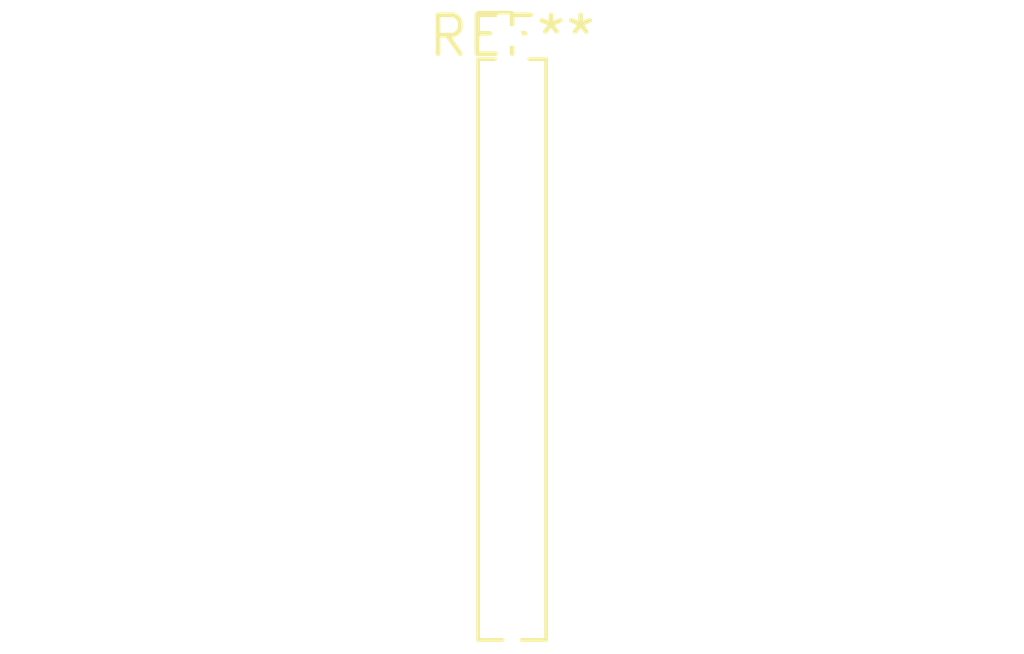
<source format=kicad_pcb>
(kicad_pcb (version 20240108) (generator pcbnew)
  (layers (0 "F.Cu" signal) (31 "B.Cu" signal) (34 "B.Paste" user) (35 "F.Paste" user) (36 "B.SilkS" user "B.Silkscreen") (37 "F.SilkS" user "F.Silkscreen") (38 "B.Mask" user) (39 "F.Mask" user) (44 "Edge.Cuts" user))
  (net 0 "")
  (footprint "PinHeader_1x16_P1.27mm_Vertical" (layer "F.Cu") (at 0 0)
    (property "Reference" "REF**")
    (property "Value" "PinHeader_1x16_P1.27mm_Vertical")
    (fp_line (start -1.11 -0.76) (end 0 -0.76) (layer "F.SilkS") (stroke (width 0.12)))
    (fp_line (start -1.11 0) (end -1.11 -0.76) (layer "F.SilkS") (stroke (width 0.12)))
    (fp_line (start -1.11 0.76) (end -1.11 19.745) (layer "F.SilkS") (stroke (width 0.12)))
    (fp_line (start -1.11 0.76) (end -0.563471 0.76) (layer "F.SilkS") (stroke (width 0.12)))
    (fp_line (start -1.11 19.745) (end -0.30753 19.745) (layer "F.SilkS") (stroke (width 0.12)))
    (fp_line (start 0.30753 19.745) (end 1.11 19.745) (layer "F.SilkS") (stroke (width 0.12)))
    (fp_line (start 0.563471 0.76) (end 1.11 0.76) (layer "F.SilkS") (stroke (width 0.12)))
    (fp_line (start 1.11 0.76) (end 1.11 19.745) (layer "F.SilkS") (stroke (width 0.12)))
    (pad "1" thru_hole rect (at 0 0) (size 1 1) (drill 0.65) (layers *.Cu *.Mask) (remove_unused_layers))
    (pad "2" thru_hole oval (at 0 1.27) (size 1 1) (drill 0.65) (layers *.Cu *.Mask) (remove_unused_layers))
    (pad "3" thru_hole oval (at 0 2.54) (size 1 1) (drill 0.65) (layers *.Cu *.Mask) (remove_unused_layers))
    (pad "4" thru_hole oval (at 0 3.81) (size 1 1) (drill 0.65) (layers *.Cu *.Mask) (remove_unused_layers))
    (pad "5" thru_hole oval (at 0 5.08) (size 1 1) (drill 0.65) (layers *.Cu *.Mask) (remove_unused_layers))
    (pad "6" thru_hole oval (at 0 6.35) (size 1 1) (drill 0.65) (layers *.Cu *.Mask) (remove_unused_layers))
    (pad "7" thru_hole oval (at 0 7.62) (size 1 1) (drill 0.65) (layers *.Cu *.Mask) (remove_unused_layers))
    (pad "8" thru_hole oval (at 0 8.89) (size 1 1) (drill 0.65) (layers *.Cu *.Mask) (remove_unused_layers))
    (pad "9" thru_hole oval (at 0 10.16) (size 1 1) (drill 0.65) (layers *.Cu *.Mask) (remove_unused_layers))
    (pad "10" thru_hole oval (at 0 11.43) (size 1 1) (drill 0.65) (layers *.Cu *.Mask) (remove_unused_layers))
    (pad "11" thru_hole oval (at 0 12.7) (size 1 1) (drill 0.65) (layers *.Cu *.Mask) (remove_unused_layers))
    (pad "12" thru_hole oval (at 0 13.97) (size 1 1) (drill 0.65) (layers *.Cu *.Mask) (remove_unused_layers))
    (pad "13" thru_hole oval (at 0 15.24) (size 1 1) (drill 0.65) (layers *.Cu *.Mask) (remove_unused_layers))
    (pad "14" thru_hole oval (at 0 16.51) (size 1 1) (drill 0.65) (layers *.Cu *.Mask) (remove_unused_layers))
    (pad "15" thru_hole oval (at 0 17.78) (size 1 1) (drill 0.65) (layers *.Cu *.Mask) (remove_unused_layers))
    (pad "16" thru_hole oval (at 0 19.05) (size 1 1) (drill 0.65) (layers *.Cu *.Mask) (remove_unused_layers))
  )
)
</source>
